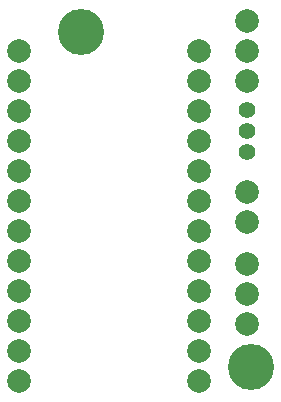
<source format=gbr>
G04 #@! TF.FileFunction,Soldermask,Bot*
%FSLAX46Y46*%
G04 Gerber Fmt 4.6, Leading zero omitted, Abs format (unit mm)*
G04 Created by KiCad (PCBNEW 4.0.5+dfsg1-4) date Mon Jan 29 19:16:24 2018*
%MOMM*%
%LPD*%
G01*
G04 APERTURE LIST*
%ADD10C,0.100000*%
%ADD11C,1.400000*%
%ADD12C,2.000000*%
%ADD13C,3.900000*%
G04 APERTURE END LIST*
D10*
D11*
X160200000Y-99000000D03*
X160200000Y-100778000D03*
X160200000Y-97222000D03*
D12*
X140881100Y-120116600D03*
X140881100Y-117576600D03*
X156121100Y-120116600D03*
X140881100Y-115036600D03*
X140881100Y-112496600D03*
X140881100Y-109956600D03*
X140881100Y-107416600D03*
X140881100Y-104876600D03*
X140881100Y-102336600D03*
X140881100Y-99796600D03*
X140881100Y-97256600D03*
X140881100Y-94716600D03*
X140881100Y-92176600D03*
X156121100Y-117576600D03*
X156121100Y-115036600D03*
X156121100Y-112496600D03*
X156121100Y-109956600D03*
X156121100Y-107416600D03*
X156121100Y-104876600D03*
X156121100Y-102336600D03*
X156121100Y-99796600D03*
X156121100Y-97256600D03*
X156121100Y-94716600D03*
X156121100Y-92176600D03*
X160200000Y-106670000D03*
X160200000Y-104130000D03*
X160200000Y-112800000D03*
X160200000Y-110260000D03*
X160200000Y-115340000D03*
D13*
X160600000Y-119000000D03*
D12*
X160200000Y-92200000D03*
X160200000Y-94740000D03*
X160200000Y-89660000D03*
D13*
X146200000Y-90600000D03*
M02*

</source>
